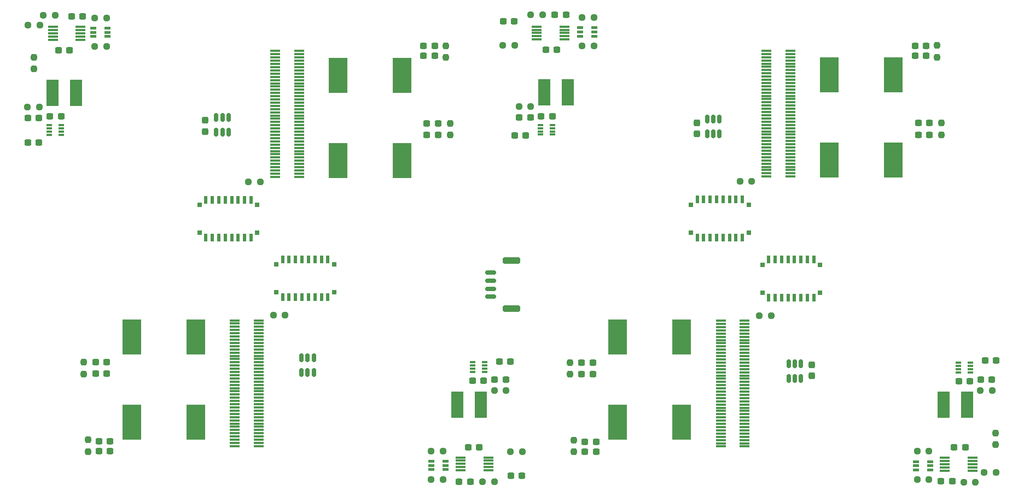
<source format=gbr>
G04 #@! TF.GenerationSoftware,KiCad,Pcbnew,(6.0.4)*
G04 #@! TF.CreationDate,2022-12-04T19:10:42+01:00*
G04 #@! TF.ProjectId,can_controller_board,63616e5f-636f-46e7-9472-6f6c6c65725f,1.0*
G04 #@! TF.SameCoordinates,Original*
G04 #@! TF.FileFunction,Paste,Bot*
G04 #@! TF.FilePolarity,Positive*
%FSLAX46Y46*%
G04 Gerber Fmt 4.6, Leading zero omitted, Abs format (unit mm)*
G04 Created by KiCad (PCBNEW (6.0.4)) date 2022-12-04 19:10:42*
%MOMM*%
%LPD*%
G01*
G04 APERTURE LIST*
G04 Aperture macros list*
%AMRoundRect*
0 Rectangle with rounded corners*
0 $1 Rounding radius*
0 $2 $3 $4 $5 $6 $7 $8 $9 X,Y pos of 4 corners*
0 Add a 4 corners polygon primitive as box body*
4,1,4,$2,$3,$4,$5,$6,$7,$8,$9,$2,$3,0*
0 Add four circle primitives for the rounded corners*
1,1,$1+$1,$2,$3*
1,1,$1+$1,$4,$5*
1,1,$1+$1,$6,$7*
1,1,$1+$1,$8,$9*
0 Add four rect primitives between the rounded corners*
20,1,$1+$1,$2,$3,$4,$5,0*
20,1,$1+$1,$4,$5,$6,$7,0*
20,1,$1+$1,$6,$7,$8,$9,0*
20,1,$1+$1,$8,$9,$2,$3,0*%
G04 Aperture macros list end*
%ADD10C,0.010000*%
%ADD11RoundRect,0.237500X0.300000X0.237500X-0.300000X0.237500X-0.300000X-0.237500X0.300000X-0.237500X0*%
%ADD12RoundRect,0.237500X-0.300000X-0.237500X0.300000X-0.237500X0.300000X0.237500X-0.300000X0.237500X0*%
%ADD13RoundRect,0.011200X0.723800X0.128800X-0.723800X0.128800X-0.723800X-0.128800X0.723800X-0.128800X0*%
%ADD14RoundRect,0.237500X0.250000X0.237500X-0.250000X0.237500X-0.250000X-0.237500X0.250000X-0.237500X0*%
%ADD15R,2.900000X5.400000*%
%ADD16RoundRect,0.150000X0.150000X-0.512500X0.150000X0.512500X-0.150000X0.512500X-0.150000X-0.512500X0*%
%ADD17RoundRect,0.008100X0.396900X0.126900X-0.396900X0.126900X-0.396900X-0.126900X0.396900X-0.126900X0*%
%ADD18R,1.500000X0.300000*%
%ADD19RoundRect,0.237500X0.237500X-0.250000X0.237500X0.250000X-0.237500X0.250000X-0.237500X-0.250000X0*%
%ADD20RoundRect,0.237500X-0.250000X-0.237500X0.250000X-0.237500X0.250000X0.237500X-0.250000X0.237500X0*%
%ADD21RoundRect,0.237500X-0.237500X0.250000X-0.237500X-0.250000X0.237500X-0.250000X0.237500X0.250000X0*%
%ADD22RoundRect,0.237500X-0.237500X0.300000X-0.237500X-0.300000X0.237500X-0.300000X0.237500X0.300000X0*%
%ADD23RoundRect,0.008100X-0.396900X-0.126900X0.396900X-0.126900X0.396900X0.126900X-0.396900X0.126900X0*%
%ADD24RoundRect,0.150000X-0.150000X0.512500X-0.150000X-0.512500X0.150000X-0.512500X0.150000X0.512500X0*%
%ADD25R,0.500000X1.200000*%
%ADD26R,0.700000X0.700000*%
%ADD27R,1.850000X4.100000*%
%ADD28RoundRect,0.011200X-0.723800X-0.128800X0.723800X-0.128800X0.723800X0.128800X-0.723800X0.128800X0*%
%ADD29RoundRect,0.150000X-0.700000X0.150000X-0.700000X-0.150000X0.700000X-0.150000X0.700000X0.150000X0*%
%ADD30RoundRect,0.250000X-1.100000X0.250000X-1.100000X-0.250000X1.100000X-0.250000X1.100000X0.250000X0*%
%ADD31RoundRect,0.237500X0.237500X-0.300000X0.237500X0.300000X-0.237500X0.300000X-0.237500X-0.300000X0*%
G04 APERTURE END LIST*
G04 #@! TO.C,D7*
G36*
X226652500Y-136073244D02*
G01*
X225802500Y-136073244D01*
X225802500Y-135723244D01*
X226652500Y-135723244D01*
X226652500Y-136073244D01*
G37*
D10*
X226652500Y-136073244D02*
X225802500Y-136073244D01*
X225802500Y-135723244D01*
X226652500Y-135723244D01*
X226652500Y-136073244D01*
G36*
X224452500Y-136723244D02*
G01*
X223602500Y-136723244D01*
X223602500Y-136373244D01*
X224452500Y-136373244D01*
X224452500Y-136723244D01*
G37*
X224452500Y-136723244D02*
X223602500Y-136723244D01*
X223602500Y-136373244D01*
X224452500Y-136373244D01*
X224452500Y-136723244D01*
G36*
X226652500Y-137373244D02*
G01*
X225802500Y-137373244D01*
X225802500Y-137023244D01*
X226652500Y-137023244D01*
X226652500Y-137373244D01*
G37*
X226652500Y-137373244D02*
X225802500Y-137373244D01*
X225802500Y-137023244D01*
X226652500Y-137023244D01*
X226652500Y-137373244D01*
G36*
X226652500Y-136723244D02*
G01*
X225802500Y-136723244D01*
X225802500Y-136373244D01*
X226652500Y-136373244D01*
X226652500Y-136723244D01*
G37*
X226652500Y-136723244D02*
X225802500Y-136723244D01*
X225802500Y-136373244D01*
X226652500Y-136373244D01*
X226652500Y-136723244D01*
G36*
X224452500Y-137373244D02*
G01*
X223602500Y-137373244D01*
X223602500Y-137023244D01*
X224452500Y-137023244D01*
X224452500Y-137373244D01*
G37*
X224452500Y-137373244D02*
X223602500Y-137373244D01*
X223602500Y-137023244D01*
X224452500Y-137023244D01*
X224452500Y-137373244D01*
G36*
X224452500Y-136073244D02*
G01*
X223602500Y-136073244D01*
X223602500Y-135723244D01*
X224452500Y-135723244D01*
X224452500Y-136073244D01*
G37*
X224452500Y-136073244D02*
X223602500Y-136073244D01*
X223602500Y-135723244D01*
X224452500Y-135723244D01*
X224452500Y-136073244D01*
G04 #@! TO.C,D4*
G36*
X174680342Y-70129146D02*
G01*
X173830342Y-70129146D01*
X173830342Y-69779146D01*
X174680342Y-69779146D01*
X174680342Y-70129146D01*
G37*
X174680342Y-70129146D02*
X173830342Y-70129146D01*
X173830342Y-69779146D01*
X174680342Y-69779146D01*
X174680342Y-70129146D01*
G36*
X172480342Y-68829146D02*
G01*
X171630342Y-68829146D01*
X171630342Y-68479146D01*
X172480342Y-68479146D01*
X172480342Y-68829146D01*
G37*
X172480342Y-68829146D02*
X171630342Y-68829146D01*
X171630342Y-68479146D01*
X172480342Y-68479146D01*
X172480342Y-68829146D01*
G36*
X174680342Y-68829146D02*
G01*
X173830342Y-68829146D01*
X173830342Y-68479146D01*
X174680342Y-68479146D01*
X174680342Y-68829146D01*
G37*
X174680342Y-68829146D02*
X173830342Y-68829146D01*
X173830342Y-68479146D01*
X174680342Y-68479146D01*
X174680342Y-68829146D01*
G36*
X174680342Y-69479146D02*
G01*
X173830342Y-69479146D01*
X173830342Y-69129146D01*
X174680342Y-69129146D01*
X174680342Y-69479146D01*
G37*
X174680342Y-69479146D02*
X173830342Y-69479146D01*
X173830342Y-69129146D01*
X174680342Y-69129146D01*
X174680342Y-69479146D01*
G36*
X172480342Y-69479146D02*
G01*
X171630342Y-69479146D01*
X171630342Y-69129146D01*
X172480342Y-69129146D01*
X172480342Y-69479146D01*
G37*
X172480342Y-69479146D02*
X171630342Y-69479146D01*
X171630342Y-69129146D01*
X172480342Y-69129146D01*
X172480342Y-69479146D01*
G36*
X172480342Y-70129146D02*
G01*
X171630342Y-70129146D01*
X171630342Y-69779146D01*
X172480342Y-69779146D01*
X172480342Y-70129146D01*
G37*
X172480342Y-70129146D02*
X171630342Y-70129146D01*
X171630342Y-69779146D01*
X172480342Y-69779146D01*
X172480342Y-70129146D01*
G04 #@! TO.C,D1*
G36*
X99275000Y-69535000D02*
G01*
X98425000Y-69535000D01*
X98425000Y-69185000D01*
X99275000Y-69185000D01*
X99275000Y-69535000D01*
G37*
X99275000Y-69535000D02*
X98425000Y-69535000D01*
X98425000Y-69185000D01*
X99275000Y-69185000D01*
X99275000Y-69535000D01*
G36*
X97075000Y-69535000D02*
G01*
X96225000Y-69535000D01*
X96225000Y-69185000D01*
X97075000Y-69185000D01*
X97075000Y-69535000D01*
G37*
X97075000Y-69535000D02*
X96225000Y-69535000D01*
X96225000Y-69185000D01*
X97075000Y-69185000D01*
X97075000Y-69535000D01*
G36*
X97075000Y-68885000D02*
G01*
X96225000Y-68885000D01*
X96225000Y-68535000D01*
X97075000Y-68535000D01*
X97075000Y-68885000D01*
G37*
X97075000Y-68885000D02*
X96225000Y-68885000D01*
X96225000Y-68535000D01*
X97075000Y-68535000D01*
X97075000Y-68885000D01*
G36*
X99275000Y-70185000D02*
G01*
X98425000Y-70185000D01*
X98425000Y-69835000D01*
X99275000Y-69835000D01*
X99275000Y-70185000D01*
G37*
X99275000Y-70185000D02*
X98425000Y-70185000D01*
X98425000Y-69835000D01*
X99275000Y-69835000D01*
X99275000Y-70185000D01*
G36*
X99275000Y-68885000D02*
G01*
X98425000Y-68885000D01*
X98425000Y-68535000D01*
X99275000Y-68535000D01*
X99275000Y-68885000D01*
G37*
X99275000Y-68885000D02*
X98425000Y-68885000D01*
X98425000Y-68535000D01*
X99275000Y-68535000D01*
X99275000Y-68885000D01*
G36*
X97075000Y-70185000D02*
G01*
X96225000Y-70185000D01*
X96225000Y-69835000D01*
X97075000Y-69835000D01*
X97075000Y-70185000D01*
G37*
X97075000Y-70185000D02*
X96225000Y-70185000D01*
X96225000Y-69835000D01*
X97075000Y-69835000D01*
X97075000Y-70185000D01*
G04 #@! TO.C,D10*
G36*
X151582500Y-137325000D02*
G01*
X150732500Y-137325000D01*
X150732500Y-136975000D01*
X151582500Y-136975000D01*
X151582500Y-137325000D01*
G37*
X151582500Y-137325000D02*
X150732500Y-137325000D01*
X150732500Y-136975000D01*
X151582500Y-136975000D01*
X151582500Y-137325000D01*
G36*
X151582500Y-136025000D02*
G01*
X150732500Y-136025000D01*
X150732500Y-135675000D01*
X151582500Y-135675000D01*
X151582500Y-136025000D01*
G37*
X151582500Y-136025000D02*
X150732500Y-136025000D01*
X150732500Y-135675000D01*
X151582500Y-135675000D01*
X151582500Y-136025000D01*
G36*
X151582500Y-136675000D02*
G01*
X150732500Y-136675000D01*
X150732500Y-136325000D01*
X151582500Y-136325000D01*
X151582500Y-136675000D01*
G37*
X151582500Y-136675000D02*
X150732500Y-136675000D01*
X150732500Y-136325000D01*
X151582500Y-136325000D01*
X151582500Y-136675000D01*
G36*
X149382500Y-136025000D02*
G01*
X148532500Y-136025000D01*
X148532500Y-135675000D01*
X149382500Y-135675000D01*
X149382500Y-136025000D01*
G37*
X149382500Y-136025000D02*
X148532500Y-136025000D01*
X148532500Y-135675000D01*
X149382500Y-135675000D01*
X149382500Y-136025000D01*
G36*
X149382500Y-137325000D02*
G01*
X148532500Y-137325000D01*
X148532500Y-136975000D01*
X149382500Y-136975000D01*
X149382500Y-137325000D01*
G37*
X149382500Y-137325000D02*
X148532500Y-137325000D01*
X148532500Y-136975000D01*
X149382500Y-136975000D01*
X149382500Y-137325000D01*
G36*
X149382500Y-136675000D02*
G01*
X148532500Y-136675000D01*
X148532500Y-136325000D01*
X149382500Y-136325000D01*
X149382500Y-136675000D01*
G37*
X149382500Y-136675000D02*
X148532500Y-136675000D01*
X148532500Y-136325000D01*
X149382500Y-136325000D01*
X149382500Y-136675000D01*
G04 #@! TD*
D11*
G04 #@! TO.C,C13*
X164375342Y-82604146D03*
X162650342Y-82604146D03*
G04 #@! TD*
D12*
G04 #@! TO.C,Cs3*
X148353921Y-83512501D03*
X150078921Y-83512501D03*
G04 #@! TD*
D11*
G04 #@! TO.C,Cf9*
X174032255Y-120584817D03*
X172307255Y-120584817D03*
G04 #@! TD*
D13*
G04 #@! TO.C,U10*
X157850000Y-135300000D03*
X157850000Y-135800000D03*
X157850000Y-136300000D03*
X157850000Y-136800000D03*
X157850000Y-137300000D03*
X153550000Y-137300000D03*
X153550000Y-136800000D03*
X153550000Y-136300000D03*
X153550000Y-135800000D03*
X153550000Y-135300000D03*
G04 #@! TD*
D14*
G04 #@! TO.C,R18*
X198625921Y-92525073D03*
X196800921Y-92525073D03*
G04 #@! TD*
D12*
G04 #@! TO.C,C21*
X234064255Y-123248244D03*
X235789255Y-123248244D03*
G04 #@! TD*
D11*
G04 #@! TO.C,Cs7*
X174545431Y-132855561D03*
X172820431Y-132855561D03*
G04 #@! TD*
D14*
G04 #@! TO.C,R23*
X233262500Y-139125000D03*
X231437500Y-139125000D03*
G04 #@! TD*
G04 #@! TO.C,R17*
X164425342Y-80904146D03*
X162600342Y-80904146D03*
G04 #@! TD*
D15*
G04 #@! TO.C,L13*
X112550000Y-129800000D03*
X102650000Y-129800000D03*
G04 #@! TD*
D12*
G04 #@! TO.C,C17*
X229964255Y-133748244D03*
X231689255Y-133748244D03*
G04 #@! TD*
D15*
G04 #@! TO.C,L11*
X187776755Y-116648244D03*
X177876755Y-116648244D03*
G04 #@! TD*
G04 #@! TO.C,L3*
X134609421Y-89249074D03*
X144509421Y-89249074D03*
G04 #@! TD*
D16*
G04 #@! TO.C,U6*
X193650000Y-85137500D03*
X192700000Y-85137500D03*
X191750000Y-85137500D03*
X191750000Y-82862500D03*
X192700000Y-82862500D03*
X193650000Y-82862500D03*
G04 #@! TD*
D12*
G04 #@! TO.C,C12*
X161950342Y-85404146D03*
X163675342Y-85404146D03*
G04 #@! TD*
D11*
G04 #@! TO.C,C10*
X169875342Y-66704146D03*
X168150342Y-66704146D03*
G04 #@! TD*
D17*
G04 #@! TO.C,U8*
X232506755Y-120598244D03*
X232506755Y-121098244D03*
X232506755Y-121598244D03*
X232506755Y-122098244D03*
X230616755Y-122098244D03*
X230616755Y-121598244D03*
X230616755Y-121098244D03*
X230616755Y-120598244D03*
G04 #@! TD*
D11*
G04 #@! TO.C,Cs10*
X99318676Y-132807317D03*
X97593676Y-132807317D03*
G04 #@! TD*
D18*
G04 #@! TO.C,J31*
X122305500Y-133549073D03*
X118605500Y-133549073D03*
X122305500Y-133049073D03*
X118605500Y-133049073D03*
X122305500Y-132549073D03*
X118605500Y-132549073D03*
X122305500Y-132049073D03*
X118605500Y-132049073D03*
X122305500Y-131549073D03*
X118605500Y-131549073D03*
X122305500Y-131049073D03*
X118605500Y-131049073D03*
X122305500Y-130549073D03*
X118605500Y-130549073D03*
X122305500Y-130049073D03*
X118605500Y-130049073D03*
X122305500Y-129549073D03*
X118605500Y-129549073D03*
X122305500Y-129049073D03*
X118605500Y-129049073D03*
X122305500Y-128549073D03*
X118605500Y-128549073D03*
X122305500Y-128049073D03*
X118605500Y-128049073D03*
X122305500Y-127549073D03*
X118605500Y-127549073D03*
X122305500Y-127049073D03*
X118605500Y-127049073D03*
X122305500Y-126549073D03*
X118605500Y-126549073D03*
X122305500Y-126049073D03*
X118605500Y-126049073D03*
X122305500Y-125549073D03*
X118605500Y-125549073D03*
X122305500Y-125049073D03*
X118605500Y-125049073D03*
X122305500Y-124549073D03*
X118605500Y-124549073D03*
X122305500Y-124049073D03*
X118605500Y-124049073D03*
X122305500Y-123549073D03*
X118605500Y-123549073D03*
X122305500Y-123049073D03*
X118605500Y-123049073D03*
X122305500Y-122549073D03*
X118605500Y-122549073D03*
X122305500Y-122049073D03*
X118605500Y-122049073D03*
X122305500Y-121549073D03*
X118605500Y-121549073D03*
X122305500Y-121049073D03*
X118605500Y-121049073D03*
X122305500Y-120549073D03*
X118605500Y-120549073D03*
X122305500Y-120049073D03*
X118605500Y-120049073D03*
X122305500Y-119549073D03*
X118605500Y-119549073D03*
X122305500Y-119049073D03*
X118605500Y-119049073D03*
X122305500Y-118549073D03*
X118605500Y-118549073D03*
X122305500Y-118049073D03*
X118605500Y-118049073D03*
X122305500Y-117549073D03*
X118605500Y-117549073D03*
X122305500Y-117049073D03*
X118605500Y-117049073D03*
X122305500Y-116549073D03*
X118605500Y-116549073D03*
X122305500Y-116049073D03*
X118605500Y-116049073D03*
X122305500Y-115549073D03*
X118605500Y-115549073D03*
X122305500Y-115049073D03*
X118605500Y-115049073D03*
X122305500Y-114549073D03*
X118605500Y-114549073D03*
X122305500Y-114049073D03*
X118605500Y-114049073D03*
G04 #@! TD*
D19*
G04 #@! TO.C,R24*
X236400000Y-133312500D03*
X236400000Y-131487500D03*
G04 #@! TD*
D20*
G04 #@! TO.C,R27*
X199813676Y-113327317D03*
X201638676Y-113327317D03*
G04 #@! TD*
D19*
G04 #@! TO.C,Rs1*
X151253245Y-73284257D03*
X151253245Y-71459257D03*
G04 #@! TD*
D20*
G04 #@! TO.C,R22*
X234587500Y-137600000D03*
X236412500Y-137600000D03*
G04 #@! TD*
D21*
G04 #@! TO.C,R6*
X87548079Y-73248426D03*
X87548079Y-75073426D03*
G04 #@! TD*
D11*
G04 #@! TO.C,C28*
X161262500Y-120400000D03*
X159537500Y-120400000D03*
G04 #@! TD*
D12*
G04 #@! TO.C,C27*
X161337500Y-138100000D03*
X163062500Y-138100000D03*
G04 #@! TD*
D22*
G04 #@! TO.C,C16*
X190100000Y-83437500D03*
X190100000Y-85162500D03*
G04 #@! TD*
D20*
G04 #@! TO.C,R20*
X224244255Y-138748244D03*
X226069255Y-138748244D03*
G04 #@! TD*
D11*
G04 #@! TO.C,Cf12*
X98805500Y-120536573D03*
X97080500Y-120536573D03*
G04 #@! TD*
G04 #@! TO.C,C2*
X95096755Y-66908244D03*
X93371755Y-66908244D03*
G04 #@! TD*
D23*
G04 #@! TO.C,U5*
X165932842Y-85254146D03*
X165932842Y-84754146D03*
X165932842Y-84254146D03*
X165932842Y-83754146D03*
X167822842Y-83754146D03*
X167822842Y-84254146D03*
X167822842Y-84754146D03*
X167822842Y-85254146D03*
G04 #@! TD*
D15*
G04 #@! TO.C,L5*
X210662842Y-76004146D03*
X220562842Y-76004146D03*
G04 #@! TD*
D17*
G04 #@! TO.C,U11*
X157280000Y-120550000D03*
X157280000Y-121050000D03*
X157280000Y-121550000D03*
X157280000Y-122050000D03*
X155390000Y-122050000D03*
X155390000Y-121550000D03*
X155390000Y-121050000D03*
X155390000Y-120550000D03*
G04 #@! TD*
D12*
G04 #@! TO.C,Cf6*
X224407342Y-85267573D03*
X226132342Y-85267573D03*
G04 #@! TD*
D19*
G04 #@! TO.C,Rs9*
X170469755Y-122397317D03*
X170469755Y-120572317D03*
G04 #@! TD*
D11*
G04 #@! TO.C,C23*
X232389255Y-123448244D03*
X230664255Y-123448244D03*
G04 #@! TD*
D24*
G04 #@! TO.C,U9*
X204350000Y-120762500D03*
X205300000Y-120762500D03*
X206250000Y-120762500D03*
X206250000Y-123037500D03*
X205300000Y-123037500D03*
X204350000Y-123037500D03*
G04 #@! TD*
D11*
G04 #@! TO.C,Cf10*
X99318676Y-134327317D03*
X97593676Y-134327317D03*
G04 #@! TD*
D25*
G04 #@! TO.C,SW2*
X114140000Y-95360001D03*
X115140000Y-95360001D03*
X116140000Y-95360001D03*
X117140000Y-95360001D03*
X118140000Y-95360001D03*
X119140000Y-95360001D03*
X120140000Y-95360001D03*
X121140000Y-95360001D03*
X121140000Y-101260001D03*
X120140000Y-101260001D03*
X119140000Y-101260001D03*
X118140000Y-101260001D03*
X117140000Y-101260001D03*
X116140000Y-101260001D03*
X115140000Y-101260001D03*
X114140000Y-101260001D03*
D26*
X113190000Y-96160001D03*
X122090000Y-96160001D03*
X113190000Y-100460001D03*
X122090000Y-100460001D03*
G04 #@! TD*
D15*
G04 #@! TO.C,L9*
X187776755Y-129848244D03*
X177876755Y-129848244D03*
G04 #@! TD*
D21*
G04 #@! TO.C,Rs10*
X95906176Y-132564817D03*
X95906176Y-134389817D03*
G04 #@! TD*
D12*
G04 #@! TO.C,Cf3*
X148353921Y-85312501D03*
X150078921Y-85312501D03*
G04 #@! TD*
D18*
G04 #@! TO.C,J11*
X200907342Y-72255073D03*
X204607342Y-72255073D03*
X200907342Y-72755073D03*
X204607342Y-72755073D03*
X200907342Y-73255073D03*
X204607342Y-73255073D03*
X200907342Y-73755073D03*
X204607342Y-73755073D03*
X200907342Y-74255073D03*
X204607342Y-74255073D03*
X200907342Y-74755073D03*
X204607342Y-74755073D03*
X200907342Y-75255073D03*
X204607342Y-75255073D03*
X200907342Y-75755073D03*
X204607342Y-75755073D03*
X200907342Y-76255073D03*
X204607342Y-76255073D03*
X200907342Y-76755073D03*
X204607342Y-76755073D03*
X200907342Y-77255073D03*
X204607342Y-77255073D03*
X200907342Y-77755073D03*
X204607342Y-77755073D03*
X200907342Y-78255073D03*
X204607342Y-78255073D03*
X200907342Y-78755073D03*
X204607342Y-78755073D03*
X200907342Y-79255073D03*
X204607342Y-79255073D03*
X200907342Y-79755073D03*
X204607342Y-79755073D03*
X200907342Y-80255073D03*
X204607342Y-80255073D03*
X200907342Y-80755073D03*
X204607342Y-80755073D03*
X200907342Y-81255073D03*
X204607342Y-81255073D03*
X200907342Y-81755073D03*
X204607342Y-81755073D03*
X200907342Y-82255073D03*
X204607342Y-82255073D03*
X200907342Y-82755073D03*
X204607342Y-82755073D03*
X200907342Y-83255073D03*
X204607342Y-83255073D03*
X200907342Y-83755073D03*
X204607342Y-83755073D03*
X200907342Y-84255073D03*
X204607342Y-84255073D03*
X200907342Y-84755073D03*
X204607342Y-84755073D03*
X200907342Y-85255073D03*
X204607342Y-85255073D03*
X200907342Y-85755073D03*
X204607342Y-85755073D03*
X200907342Y-86255073D03*
X204607342Y-86255073D03*
X200907342Y-86755073D03*
X204607342Y-86755073D03*
X200907342Y-87255073D03*
X204607342Y-87255073D03*
X200907342Y-87755073D03*
X204607342Y-87755073D03*
X200907342Y-88255073D03*
X204607342Y-88255073D03*
X200907342Y-88755073D03*
X204607342Y-88755073D03*
X200907342Y-89255073D03*
X204607342Y-89255073D03*
X200907342Y-89755073D03*
X204607342Y-89755073D03*
X200907342Y-90255073D03*
X204607342Y-90255073D03*
X200907342Y-90755073D03*
X204607342Y-90755073D03*
X200907342Y-91255073D03*
X204607342Y-91255073D03*
X200907342Y-91755073D03*
X204607342Y-91755073D03*
G04 #@! TD*
D11*
G04 #@! TO.C,C11*
X161875342Y-67704146D03*
X160150342Y-67704146D03*
G04 #@! TD*
D21*
G04 #@! TO.C,Rs6*
X227969842Y-83455073D03*
X227969842Y-85280073D03*
G04 #@! TD*
D20*
G04 #@! TO.C,R14*
X164400342Y-66704146D03*
X166225342Y-66704146D03*
G04 #@! TD*
D11*
G04 #@! TO.C,C5*
X88321921Y-82649074D03*
X86596921Y-82649074D03*
G04 #@! TD*
D12*
G04 #@! TO.C,C7*
X89996921Y-82449074D03*
X91721921Y-82449074D03*
G04 #@! TD*
D25*
G04 #@! TO.C,SW8*
X133019421Y-110489073D03*
X132019421Y-110489073D03*
X131019421Y-110489073D03*
X130019421Y-110489073D03*
X129019421Y-110489073D03*
X128019421Y-110489073D03*
X127019421Y-110489073D03*
X126019421Y-110489073D03*
X126019421Y-104589073D03*
X127019421Y-104589073D03*
X128019421Y-104589073D03*
X129019421Y-104589073D03*
X130019421Y-104589073D03*
X131019421Y-104589073D03*
X132019421Y-104589073D03*
X133019421Y-104589073D03*
D26*
X133969421Y-109689073D03*
X125069421Y-109689073D03*
X133969421Y-105389073D03*
X125069421Y-105389073D03*
G04 #@! TD*
D20*
G04 #@! TO.C,R5*
X88995000Y-66760000D03*
X90820000Y-66760000D03*
G04 #@! TD*
D19*
G04 #@! TO.C,Rs4*
X227306666Y-73239329D03*
X227306666Y-71414329D03*
G04 #@! TD*
D18*
G04 #@! TO.C,J1*
X124853921Y-72300001D03*
X128553921Y-72300001D03*
X124853921Y-72800001D03*
X128553921Y-72800001D03*
X124853921Y-73300001D03*
X128553921Y-73300001D03*
X124853921Y-73800001D03*
X128553921Y-73800001D03*
X124853921Y-74300001D03*
X128553921Y-74300001D03*
X124853921Y-74800001D03*
X128553921Y-74800001D03*
X124853921Y-75300001D03*
X128553921Y-75300001D03*
X124853921Y-75800001D03*
X128553921Y-75800001D03*
X124853921Y-76300001D03*
X128553921Y-76300001D03*
X124853921Y-76800001D03*
X128553921Y-76800001D03*
X124853921Y-77300001D03*
X128553921Y-77300001D03*
X124853921Y-77800001D03*
X128553921Y-77800001D03*
X124853921Y-78300001D03*
X128553921Y-78300001D03*
X124853921Y-78800001D03*
X128553921Y-78800001D03*
X124853921Y-79300001D03*
X128553921Y-79300001D03*
X124853921Y-79800001D03*
X128553921Y-79800001D03*
X124853921Y-80300001D03*
X128553921Y-80300001D03*
X124853921Y-80800001D03*
X128553921Y-80800001D03*
X124853921Y-81300001D03*
X128553921Y-81300001D03*
X124853921Y-81800001D03*
X128553921Y-81800001D03*
X124853921Y-82300001D03*
X128553921Y-82300001D03*
X124853921Y-82800001D03*
X128553921Y-82800001D03*
X124853921Y-83300001D03*
X128553921Y-83300001D03*
X124853921Y-83800001D03*
X128553921Y-83800001D03*
X124853921Y-84300001D03*
X128553921Y-84300001D03*
X124853921Y-84800001D03*
X128553921Y-84800001D03*
X124853921Y-85300001D03*
X128553921Y-85300001D03*
X124853921Y-85800001D03*
X128553921Y-85800001D03*
X124853921Y-86300001D03*
X128553921Y-86300001D03*
X124853921Y-86800001D03*
X128553921Y-86800001D03*
X124853921Y-87300001D03*
X128553921Y-87300001D03*
X124853921Y-87800001D03*
X128553921Y-87800001D03*
X124853921Y-88300001D03*
X128553921Y-88300001D03*
X124853921Y-88800001D03*
X128553921Y-88800001D03*
X124853921Y-89300001D03*
X128553921Y-89300001D03*
X124853921Y-89800001D03*
X128553921Y-89800001D03*
X124853921Y-90300001D03*
X128553921Y-90300001D03*
X124853921Y-90800001D03*
X128553921Y-90800001D03*
X124853921Y-91300001D03*
X128553921Y-91300001D03*
X124853921Y-91800001D03*
X128553921Y-91800001D03*
G04 #@! TD*
D21*
G04 #@! TO.C,Rs3*
X151916421Y-83500001D03*
X151916421Y-85325001D03*
G04 #@! TD*
D20*
G04 #@! TO.C,R19*
X224244255Y-134348244D03*
X226069255Y-134348244D03*
G04 #@! TD*
D25*
G04 #@! TO.C,SW4*
X190193421Y-95315073D03*
X191193421Y-95315073D03*
X192193421Y-95315073D03*
X193193421Y-95315073D03*
X194193421Y-95315073D03*
X195193421Y-95315073D03*
X196193421Y-95315073D03*
X197193421Y-95315073D03*
X197193421Y-101215073D03*
X196193421Y-101215073D03*
X195193421Y-101215073D03*
X194193421Y-101215073D03*
X193193421Y-101215073D03*
X192193421Y-101215073D03*
X191193421Y-101215073D03*
X190193421Y-101215073D03*
D26*
X189243421Y-96115073D03*
X198143421Y-96115073D03*
X189243421Y-100415073D03*
X198143421Y-100415073D03*
G04 #@! TD*
D27*
G04 #@! TO.C,L8*
X170137842Y-78704146D03*
X166487842Y-78704146D03*
G04 #@! TD*
D24*
G04 #@! TO.C,U12*
X128950000Y-119862500D03*
X129900000Y-119862500D03*
X130850000Y-119862500D03*
X130850000Y-122137500D03*
X129900000Y-122137500D03*
X128950000Y-122137500D03*
G04 #@! TD*
D28*
G04 #@! TO.C,U4*
X165362842Y-70504146D03*
X165362842Y-70004146D03*
X165362842Y-69504146D03*
X165362842Y-69004146D03*
X165362842Y-68504146D03*
X169662842Y-68504146D03*
X169662842Y-69004146D03*
X169662842Y-69504146D03*
X169662842Y-70004146D03*
X169662842Y-70504146D03*
G04 #@! TD*
D14*
G04 #@! TO.C,R4*
X88446755Y-68308244D03*
X86621755Y-68308244D03*
G04 #@! TD*
D20*
G04 #@! TO.C,R29*
X149017500Y-138700000D03*
X150842500Y-138700000D03*
G04 #@! TD*
D12*
G04 #@! TO.C,Cs1*
X147840745Y-73041757D03*
X149565745Y-73041757D03*
G04 #@! TD*
D14*
G04 #@! TO.C,R8*
X88371921Y-80949074D03*
X86546921Y-80949074D03*
G04 #@! TD*
G04 #@! TO.C,R10*
X174195342Y-71504146D03*
X172370342Y-71504146D03*
G04 #@! TD*
D15*
G04 #@! TO.C,L15*
X112550000Y-116600000D03*
X102650000Y-116600000D03*
G04 #@! TD*
D12*
G04 #@! TO.C,C29*
X158837500Y-123200000D03*
X160562500Y-123200000D03*
G04 #@! TD*
D27*
G04 #@! TO.C,L12*
X228301755Y-127148244D03*
X231951755Y-127148244D03*
G04 #@! TD*
D14*
G04 #@! TO.C,R9*
X122572500Y-92570001D03*
X120747500Y-92570001D03*
G04 #@! TD*
G04 #@! TO.C,R1*
X98790000Y-71560000D03*
X96965000Y-71560000D03*
G04 #@! TD*
D29*
G04 #@! TO.C,J7*
X158202500Y-106635000D03*
X158202500Y-107885000D03*
X158202500Y-109135000D03*
X158202500Y-110385000D03*
D30*
X161402500Y-112235000D03*
X161402500Y-104785000D03*
G04 #@! TD*
D11*
G04 #@! TO.C,Cs12*
X98805500Y-122336573D03*
X97080500Y-122336573D03*
G04 #@! TD*
D14*
G04 #@! TO.C,R2*
X98790000Y-67160000D03*
X96965000Y-67160000D03*
G04 #@! TD*
D12*
G04 #@! TO.C,Cs4*
X223894166Y-72996829D03*
X225619166Y-72996829D03*
G04 #@! TD*
D15*
G04 #@! TO.C,L1*
X134609421Y-76049074D03*
X144509421Y-76049074D03*
G04 #@! TD*
D28*
G04 #@! TO.C,U1*
X90448079Y-70560926D03*
X90448079Y-70060926D03*
X90448079Y-69560926D03*
X90448079Y-69060926D03*
X90448079Y-68560926D03*
X94748079Y-68560926D03*
X94748079Y-69060926D03*
X94748079Y-69560926D03*
X94748079Y-70060926D03*
X94748079Y-70560926D03*
G04 #@! TD*
D11*
G04 #@! TO.C,C20*
X236462500Y-120300000D03*
X234737500Y-120300000D03*
G04 #@! TD*
D12*
G04 #@! TO.C,C18*
X227937500Y-139000000D03*
X229662500Y-139000000D03*
G04 #@! TD*
D16*
G04 #@! TO.C,U3*
X117650000Y-84837500D03*
X116700000Y-84837500D03*
X115750000Y-84837500D03*
X115750000Y-82562500D03*
X116700000Y-82562500D03*
X117650000Y-82562500D03*
G04 #@! TD*
D11*
G04 #@! TO.C,C9*
X168475342Y-72104146D03*
X166750342Y-72104146D03*
G04 #@! TD*
D23*
G04 #@! TO.C,U2*
X89879421Y-85299074D03*
X89879421Y-84799074D03*
X89879421Y-84299074D03*
X89879421Y-83799074D03*
X91769421Y-83799074D03*
X91769421Y-84299074D03*
X91769421Y-84799074D03*
X91769421Y-85299074D03*
G04 #@! TD*
D18*
G04 #@! TO.C,J21*
X197532255Y-133597317D03*
X193832255Y-133597317D03*
X197532255Y-133097317D03*
X193832255Y-133097317D03*
X197532255Y-132597317D03*
X193832255Y-132597317D03*
X197532255Y-132097317D03*
X193832255Y-132097317D03*
X197532255Y-131597317D03*
X193832255Y-131597317D03*
X197532255Y-131097317D03*
X193832255Y-131097317D03*
X197532255Y-130597317D03*
X193832255Y-130597317D03*
X197532255Y-130097317D03*
X193832255Y-130097317D03*
X197532255Y-129597317D03*
X193832255Y-129597317D03*
X197532255Y-129097317D03*
X193832255Y-129097317D03*
X197532255Y-128597317D03*
X193832255Y-128597317D03*
X197532255Y-128097317D03*
X193832255Y-128097317D03*
X197532255Y-127597317D03*
X193832255Y-127597317D03*
X197532255Y-127097317D03*
X193832255Y-127097317D03*
X197532255Y-126597317D03*
X193832255Y-126597317D03*
X197532255Y-126097317D03*
X193832255Y-126097317D03*
X197532255Y-125597317D03*
X193832255Y-125597317D03*
X197532255Y-125097317D03*
X193832255Y-125097317D03*
X197532255Y-124597317D03*
X193832255Y-124597317D03*
X197532255Y-124097317D03*
X193832255Y-124097317D03*
X197532255Y-123597317D03*
X193832255Y-123597317D03*
X197532255Y-123097317D03*
X193832255Y-123097317D03*
X197532255Y-122597317D03*
X193832255Y-122597317D03*
X197532255Y-122097317D03*
X193832255Y-122097317D03*
X197532255Y-121597317D03*
X193832255Y-121597317D03*
X197532255Y-121097317D03*
X193832255Y-121097317D03*
X197532255Y-120597317D03*
X193832255Y-120597317D03*
X197532255Y-120097317D03*
X193832255Y-120097317D03*
X197532255Y-119597317D03*
X193832255Y-119597317D03*
X197532255Y-119097317D03*
X193832255Y-119097317D03*
X197532255Y-118597317D03*
X193832255Y-118597317D03*
X197532255Y-118097317D03*
X193832255Y-118097317D03*
X197532255Y-117597317D03*
X193832255Y-117597317D03*
X197532255Y-117097317D03*
X193832255Y-117097317D03*
X197532255Y-116597317D03*
X193832255Y-116597317D03*
X197532255Y-116097317D03*
X193832255Y-116097317D03*
X197532255Y-115597317D03*
X193832255Y-115597317D03*
X197532255Y-115097317D03*
X193832255Y-115097317D03*
X197532255Y-114597317D03*
X193832255Y-114597317D03*
X197532255Y-114097317D03*
X193832255Y-114097317D03*
G04 #@! TD*
D12*
G04 #@! TO.C,Cf1*
X147840745Y-71521757D03*
X149565745Y-71521757D03*
G04 #@! TD*
D20*
G04 #@! TO.C,R33*
X161287500Y-134400000D03*
X163112500Y-134400000D03*
G04 #@! TD*
D31*
G04 #@! TO.C,C24*
X207900000Y-122662500D03*
X207900000Y-120937500D03*
G04 #@! TD*
D20*
G04 #@! TO.C,R35*
X158787500Y-124900000D03*
X160612500Y-124900000D03*
G04 #@! TD*
D12*
G04 #@! TO.C,C25*
X154737500Y-133700000D03*
X156462500Y-133700000D03*
G04 #@! TD*
G04 #@! TO.C,C15*
X166050342Y-82404146D03*
X167775342Y-82404146D03*
G04 #@! TD*
G04 #@! TO.C,Cs6*
X224407342Y-83467573D03*
X226132342Y-83467573D03*
G04 #@! TD*
D14*
G04 #@! TO.C,R32*
X158812500Y-139100000D03*
X156987500Y-139100000D03*
G04 #@! TD*
D20*
G04 #@! TO.C,R26*
X234014255Y-124948244D03*
X235839255Y-124948244D03*
G04 #@! TD*
D15*
G04 #@! TO.C,L7*
X210662842Y-89204146D03*
X220562842Y-89204146D03*
G04 #@! TD*
D14*
G04 #@! TO.C,R11*
X174195342Y-67104146D03*
X172370342Y-67104146D03*
G04 #@! TD*
D22*
G04 #@! TO.C,C8*
X114000000Y-83037500D03*
X114000000Y-84762500D03*
G04 #@! TD*
D11*
G04 #@! TO.C,C1*
X93070000Y-72160000D03*
X91345000Y-72160000D03*
G04 #@! TD*
D12*
G04 #@! TO.C,Cf4*
X223894166Y-71476829D03*
X225619166Y-71476829D03*
G04 #@! TD*
D13*
G04 #@! TO.C,U7*
X232820000Y-135348244D03*
X232820000Y-135848244D03*
X232820000Y-136348244D03*
X232820000Y-136848244D03*
X232820000Y-137348244D03*
X228520000Y-137348244D03*
X228520000Y-136848244D03*
X228520000Y-136348244D03*
X228520000Y-135848244D03*
X228520000Y-135348244D03*
G04 #@! TD*
D11*
G04 #@! TO.C,Cf7*
X174545431Y-134375561D03*
X172820431Y-134375561D03*
G04 #@! TD*
D27*
G04 #@! TO.C,L4*
X94084421Y-78749074D03*
X90434421Y-78749074D03*
G04 #@! TD*
D12*
G04 #@! TO.C,C4*
X86587500Y-86500000D03*
X88312500Y-86500000D03*
G04 #@! TD*
D19*
G04 #@! TO.C,Rs12*
X95243000Y-122349073D03*
X95243000Y-120524073D03*
G04 #@! TD*
D20*
G04 #@! TO.C,R28*
X149017500Y-134300000D03*
X150842500Y-134300000D03*
G04 #@! TD*
D27*
G04 #@! TO.C,L16*
X153075000Y-127100000D03*
X156725000Y-127100000D03*
G04 #@! TD*
D21*
G04 #@! TO.C,Rs7*
X171132931Y-132613061D03*
X171132931Y-134438061D03*
G04 #@! TD*
D11*
G04 #@! TO.C,C31*
X157162500Y-123400000D03*
X155437500Y-123400000D03*
G04 #@! TD*
D14*
G04 #@! TO.C,R15*
X161925342Y-71404146D03*
X160100342Y-71404146D03*
G04 #@! TD*
D20*
G04 #@! TO.C,R36*
X124586921Y-113279073D03*
X126411921Y-113279073D03*
G04 #@! TD*
D12*
G04 #@! TO.C,C26*
X153337500Y-139100000D03*
X155062500Y-139100000D03*
G04 #@! TD*
D25*
G04 #@! TO.C,SW6*
X208246176Y-110537317D03*
X207246176Y-110537317D03*
X206246176Y-110537317D03*
X205246176Y-110537317D03*
X204246176Y-110537317D03*
X203246176Y-110537317D03*
X202246176Y-110537317D03*
X201246176Y-110537317D03*
X201246176Y-104637317D03*
X202246176Y-104637317D03*
X203246176Y-104637317D03*
X204246176Y-104637317D03*
X205246176Y-104637317D03*
X206246176Y-104637317D03*
X207246176Y-104637317D03*
X208246176Y-104637317D03*
D26*
X209196176Y-109737317D03*
X200296176Y-109737317D03*
X209196176Y-105437317D03*
X200296176Y-105437317D03*
G04 #@! TD*
D11*
G04 #@! TO.C,Cs9*
X174032255Y-122384817D03*
X172307255Y-122384817D03*
G04 #@! TD*
M02*

</source>
